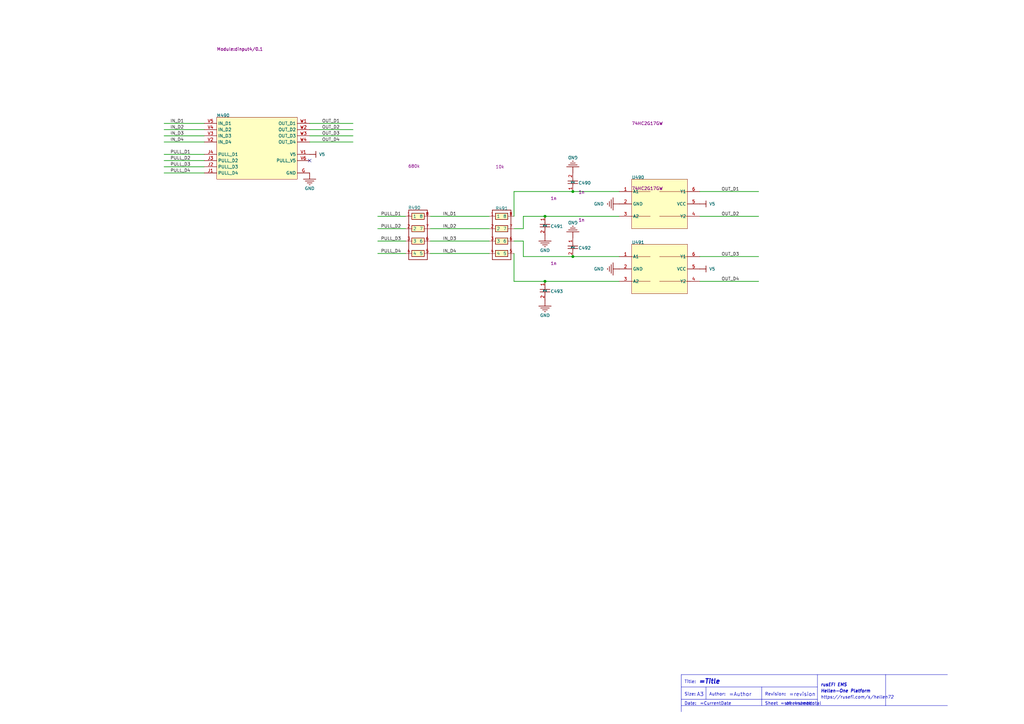
<source format=kicad_sch>
(kicad_sch (version 20210126) (generator eeschema)
  (paper "A3")
  (title_block (title "Hellen-One VR") (rev "0.1"))
  (lib_symbols
    (symbol "hellen1-dinput4-altium-import:0_74LVC2G34"
      (property "Value" "0_74LVC2G34" (at 0 0 0))
      (symbol "0_74LVC2G34_1_0"
        (rectangle (start 22.86 0) (end 0 -20.32) (fill (type background)))
        (polyline (pts (xy 0 -5.08) (xy 7.62 -5.08)))
        (polyline (pts (xy 22.86 -5.08) (xy 11.43 -5.08)))
        (polyline (pts (xy 0 -15.24) (xy 7.62 -15.24)))
        (polyline (pts (xy 11.43 -15.24) (xy 24.13 -15.24)))
        (pin input line (at -5.08 -5.08 0) (length 5.08) (name "A1") (number "1"))
        (pin output line (at 27.94 -5.08 180) (length 5.08) (name "Y1") (number "6"))
        (pin input line (at -5.08 -15.24 0) (length 5.08) (name "A2") (number "3"))
        (pin power_in line (at 27.94 -10.16 180) (length 5.08) (name "VCC") (number "5"))
        (pin output line (at 27.94 -15.24 180) (length 5.08) (name "Y2") (number "4"))
        (pin passive line (at -5.08 -10.16 0) (length 5.08) (name "GND") (number "2"))
      )
    )
    (symbol "hellen1-dinput4-altium-import:0_Cap"
      (property "Value" "0_Cap" (at 0 0 0))
      (symbol "0_Cap_1_0"
        (polyline (pts (xy 2.032 -4.318) (xy -2.032 -4.318)) (stroke (width 0.254)))
        (polyline (pts (xy -2.032 -3.302) (xy 2.032 -3.302)) (stroke (width 0.254)))
        (polyline (pts (xy 0 -2.54) (xy 0 -3.302)) (stroke (width 0.254)))
        (polyline (pts (xy 0 -5.08) (xy 0 -4.318)) (stroke (width 0.254)))
        (pin passive line (at 0 0 270) (length 2.54) (name "1") (number "1"))
        (pin passive line (at 0 -7.62 90) (length 2.54) (name "2") (number "2"))
      )
    )
    (symbol "hellen1-dinput4-altium-import:0_Mod-Hellen-DINPUT4"
      (property "Value" "0_Mod-Hellen-DINPUT4" (at 0 0 0))
      (symbol "0_Mod-Hellen-DINPUT4_1_0"
        (rectangle (start 33.02 0) (end 0 -25.4) (fill (type background)))
        (pin passive line (at 38.1 -2.54 180) (length 5.08) (name "OUT_D1") (number "W1"))
        (pin passive line (at 38.1 -22.86 180) (length 5.08) (name "GND") (number "G"))
        (pin passive line (at 38.1 -5.08 180) (length 5.08) (name "OUT_D2") (number "W2"))
        (pin passive line (at 38.1 -7.62 180) (length 5.08) (name "OUT_D3") (number "W3"))
        (pin passive line (at -5.08 -20.32 0) (length 5.08) (name "PULL_D3") (number "J2"))
        (pin passive line (at -5.08 -22.86 0) (length 5.08) (name "PULL_D4") (number "J1"))
        (pin passive line (at 38.1 -10.16 180) (length 5.08) (name "OUT_D4") (number "W4"))
        (pin passive line (at -5.08 -15.24 0) (length 5.08) (name "PULL_D1") (number "J4"))
        (pin passive line (at -5.08 -17.78 0) (length 5.08) (name "PULL_D2") (number "J3"))
        (pin passive line (at 38.1 -15.24 180) (length 5.08) (name "V5") (number "V1"))
        (pin passive line (at -5.08 -2.54 0) (length 5.08) (name "IN_D1") (number "V5"))
        (pin passive line (at -5.08 -5.08 0) (length 5.08) (name "IN_D2") (number "V4"))
        (pin passive line (at -5.08 -7.62 0) (length 5.08) (name "IN_D3") (number "V3"))
        (pin passive line (at -5.08 -10.16 0) (length 5.08) (name "IN_D4") (number "V2"))
        (pin passive line (at 38.1 -17.78 180) (length 5.08) (name "PULL_V5") (number "V6"))
      )
    )
    (symbol "hellen1-dinput4-altium-import:2_Cap"
      (property "Value" "2_Cap" (at 0 0 0))
      (symbol "2_Cap_1_0"
        (polyline (pts (xy -2.032 4.318) (xy 2.032 4.318)) (stroke (width 0.254)))
        (polyline (pts (xy 2.032 3.302) (xy -2.032 3.302)) (stroke (width 0.254)))
        (polyline (pts (xy 0 2.54) (xy 0 3.302)) (stroke (width 0.254)))
        (polyline (pts (xy 0 5.08) (xy 0 4.318)) (stroke (width 0.254)))
        (pin passive line (at 0 0 90) (length 2.54) (name "1") (number "1"))
        (pin passive line (at 0 7.62 270) (length 2.54) (name "2") (number "2"))
      )
    )
    (symbol "hellen1-dinput4-altium-import:3_Res Array 4"
      (property "Value" "3_Res Array 4" (at 0 0 0))
      (symbol "3_Res Array 4_1_0"
        (rectangle (start -2.54 1.27) (end -7.62 -1.27) (stroke (width 0.254)) (fill (type background)))
        (rectangle (start -2.54 -3.81) (end -7.62 -6.35) (stroke (width 0.254)) (fill (type background)))
        (rectangle (start -2.54 -8.89) (end -7.62 -11.43) (stroke (width 0.254)) (fill (type background)))
        (rectangle (start -2.54 -13.97) (end -7.62 -16.51) (stroke (width 0.254)) (fill (type background)))
        (polyline (pts (xy -8.89 2.54) (xy -8.89 -17.78)) (stroke (width 0.254)))
        (polyline (pts (xy -1.27 2.54) (xy -1.27 -17.78)) (stroke (width 0.254)))
        (polyline (pts (xy -8.89 2.54) (xy -1.27 2.54)) (stroke (width 0.254)))
        (polyline (pts (xy -8.89 -17.78) (xy -1.27 -17.78)) (stroke (width 0.254)))
        (pin passive line (at -10.16 0 0) (length 2.54) (name "1") (number "1"))
        (pin passive line (at 0 0 180) (length 2.54) (name "8") (number "8"))
        (pin passive line (at -10.16 -5.08 0) (length 2.54) (name "2") (number "2"))
        (pin passive line (at 0 -5.08 180) (length 2.54) (name "7") (number "7"))
        (pin passive line (at -10.16 -10.16 0) (length 2.54) (name "3") (number "3"))
        (pin passive line (at 0 -10.16 180) (length 2.54) (name "6") (number "6"))
        (pin passive line (at -10.16 -15.24 0) (length 2.54) (name "4") (number "4"))
        (pin passive line (at 0 -15.24 180) (length 2.54) (name "5") (number "5"))
      )
    )
    (symbol "hellen1-dinput4-altium-import:GND" (power)
      (property "Reference" "#PWR" (at 0 0 0))
      (property "Value" "GND" (at 0 6.35 0))
      (symbol "GND_0_0"
        (polyline (pts (xy 0 0) (xy 0 -2.54)) (stroke (width 0.254)))
        (polyline (pts (xy -2.54 -2.54) (xy 2.54 -2.54)) (stroke (width 0.254)))
        (polyline (pts (xy -1.778 -3.302) (xy 1.778 -3.302)) (stroke (width 0.254)))
        (polyline (pts (xy -1.016 -4.064) (xy 1.016 -4.064)) (stroke (width 0.254)))
        (polyline (pts (xy -0.254 -4.826) (xy 0.254 -4.826)) (stroke (width 0.254)))
        (pin power_in line (at 0 0 0) (length 0) hide (name "GND") (number ""))
      )
    )
    (symbol "hellen1-dinput4-altium-import:V5" (power)
      (property "Reference" "#PWR" (at 0 0 0))
      (property "Value" "V5" (at 0 3.81 0))
      (symbol "V5_0_0"
        (polyline (pts (xy 0 0) (xy 0 -2.54)) (stroke (width 0.254)))
        (polyline (pts (xy -1.27 -2.54) (xy 1.27 -2.54)) (stroke (width 0.254)))
        (pin power_in line (at 0 0 0) (length 0) hide (name "V5") (number ""))
      )
    )
  )
  (junction (at 223.52 88.7222) (diameter 1.016))
  (junction (at 223.52 115.3922) (diameter 1.016))
  (junction (at 234.95 78.5622) (diameter 1.016))
  (junction (at 234.95 105.2322) (diameter 1.016))
  (no_connect (at 127 65.8622))
  (wire (pts (xy 67.31 50.6222) (xy 83.82 50.6222)) (stroke (width 0.254)))
  (wire (pts (xy 67.31 53.1622) (xy 83.82 53.1622)) (stroke (width 0.254)))
  (wire (pts (xy 67.31 55.7022) (xy 83.82 55.7022)) (stroke (width 0.254)))
  (wire (pts (xy 67.31 58.2422) (xy 83.82 58.2422)) (stroke (width 0.254)))
  (wire (pts (xy 67.31 63.3222) (xy 83.82 63.3222)) (stroke (width 0.254)))
  (wire (pts (xy 67.31 65.8622) (xy 83.82 65.8622)) (stroke (width 0.254)))
  (wire (pts (xy 67.31 68.4022) (xy 83.82 68.4022)) (stroke (width 0.254)))
  (wire (pts (xy 67.31 70.9422) (xy 83.82 70.9422)) (stroke (width 0.254)))
  (wire (pts (xy 127 50.6222) (xy 144.78 50.6222)) (stroke (width 0.254)))
  (wire (pts (xy 127 53.1622) (xy 144.78 53.1622)) (stroke (width 0.254)))
  (wire (pts (xy 127 55.7022) (xy 144.78 55.7022)) (stroke (width 0.254)))
  (wire (pts (xy 127 58.2422) (xy 144.78 58.2422)) (stroke (width 0.254)))
  (wire (pts (xy 154.94 88.7222) (xy 166.37 88.7222)) (stroke (width 0.254)))
  (wire (pts (xy 154.94 93.8022) (xy 166.37 93.8022)) (stroke (width 0.254)))
  (wire (pts (xy 154.94 98.8822) (xy 166.37 98.8822)) (stroke (width 0.254)))
  (wire (pts (xy 154.94 103.9622) (xy 166.37 103.9622)) (stroke (width 0.254)))
  (wire (pts (xy 176.53 88.7222) (xy 200.66 88.7222)) (stroke (width 0.254)))
  (wire (pts (xy 176.53 93.8022) (xy 200.66 93.8022)) (stroke (width 0.254)))
  (wire (pts (xy 176.53 98.8822) (xy 200.66 98.8822)) (stroke (width 0.254)))
  (wire (pts (xy 176.53 103.9622) (xy 200.66 103.9622)) (stroke (width 0.254)))
  (wire (pts (xy 210.82 78.5622) (xy 210.82 88.7222)) (stroke (width 0.254)))
  (wire (pts (xy 210.82 115.3922) (xy 210.82 103.9622)) (stroke (width 0.254)))
  (wire (pts (xy 214.63 88.7222) (xy 214.63 93.8022)) (stroke (width 0.254)))
  (wire (pts (xy 214.63 93.8022) (xy 210.82 93.8022)) (stroke (width 0.254)))
  (wire (pts (xy 214.63 98.8822) (xy 210.82 98.8822)) (stroke (width 0.254)))
  (wire (pts (xy 214.63 105.2322) (xy 214.63 98.8822)) (stroke (width 0.254)))
  (wire (pts (xy 223.52 88.7222) (xy 214.63 88.7222)) (stroke (width 0.254)))
  (wire (pts (xy 223.52 115.3922) (xy 210.82 115.3922)) (stroke (width 0.254)))
  (wire (pts (xy 234.95 78.5622) (xy 210.82 78.5622)) (stroke (width 0.254)))
  (wire (pts (xy 234.95 105.2322) (xy 214.63 105.2322)) (stroke (width 0.254)))
  (wire (pts (xy 254 78.5622) (xy 234.95 78.5622)) (stroke (width 0.254)))
  (wire (pts (xy 254 88.7222) (xy 223.52 88.7222)) (stroke (width 0.254)))
  (wire (pts (xy 254 105.2322) (xy 234.95 105.2322)) (stroke (width 0.254)))
  (wire (pts (xy 254 115.3922) (xy 223.52 115.3922)) (stroke (width 0.254)))
  (wire (pts (xy 287.02 78.5622) (xy 311.15 78.5622)) (stroke (width 0.254)))
  (wire (pts (xy 287.02 88.7222) (xy 311.15 88.7222)) (stroke (width 0.254)))
  (wire (pts (xy 287.02 105.2322) (xy 311.15 105.2322)) (stroke (width 0.254)))
  (wire (pts (xy 287.02 115.3922) (xy 311.15 115.3922)) (stroke (width 0.254)))
  (polyline (pts (xy 279.4 276.6822) (xy 279.4 291.9222)) (stroke (width 0) (type solid)))
  (polyline (pts (xy 279.4 281.7622) (xy 335.28 281.7622)) (stroke (width 0) (type solid)))
  (polyline (pts (xy 279.4 286.8422) (xy 335.28 286.8422)) (stroke (width 0) (type solid)))
  (polyline (pts (xy 289.56 281.7622) (xy 289.56 286.8422)) (stroke (width 0) (type solid)))
  (polyline (pts (xy 312.42 281.7622) (xy 312.42 289.3822)) (stroke (width 0) (type solid)))
  (polyline (pts (xy 335.28 276.6822) (xy 335.28 289.3822)) (stroke (width 0) (type solid)))
  (polyline (pts (xy 363.22 276.6822) (xy 279.4 276.6822)) (stroke (width 0) (type solid)))
  (polyline (pts (xy 363.22 276.6822) (xy 363.22 289.3822)) (stroke (width 0) (type solid)))
  (polyline (pts (xy 363.22 289.3822) (xy 279.4 289.3822)) (stroke (width 0) (type solid)))
  (polyline (pts (xy 363.22 289.3822) (xy 388.62 289.3822)) (stroke (width 0) (type solid)))
  (polyline (pts (xy 388.62 276.6822) (xy 363.22 276.6822)) (stroke (width 0) (type solid)))
  (text "Title:" (at 280.67 280.4922 180) (effects (font (size 1.27 1.27)) (justify left bottom)))
  (text "Size:" (at 280.67 285.5722 180) (effects (font (size 1.27 1.27)) (justify left bottom)))
  (text "Date:" (at 280.67 289.3822 180) (effects (font (size 1.27 1.27)) (justify left bottom)))
  (text "A3" (at 285.75 285.8262 180) (effects (font (size 1.524 1.524)) (justify left bottom)))
  (text "=Title" (at 286.512 280.7462 180) (effects (font (size 1.905 1.905) bold italic) (justify left bottom)))
  (text "=CurrentDate" (at 287.02 289.3822 180) (effects (font (size 1.27 1.27)) (justify left bottom)))
  (text "Author:" (at 290.83 285.5722 180) (effects (font (size 1.27 1.27)) (justify left bottom)))
  (text "=Author" (at 298.958 285.8262 180) (effects (font (size 1.524 1.524)) (justify left bottom)))
  (text "Revision:" (at 313.69 285.5722 180) (effects (font (size 1.27 1.27)) (justify left bottom)))
  (text "Sheet" (at 313.69 289.3822 180) (effects (font (size 1.27 1.27)) (justify left bottom)))
  (text "=sheetnumber" (at 320.04 289.3822 180) (effects (font (size 1.27 1.27)) (justify left bottom)))
  (text "of" (at 322.326 289.3822 180) (effects (font (size 1.27 1.27)) (justify left bottom)))
  (text "=revision" (at 323.596 285.8262 180) (effects (font (size 1.524 1.524)) (justify left bottom)))
  (text "=sheettotal" (at 325.628 289.3822 180) (effects (font (size 1.27 1.27)) (justify left bottom)))
  (text "rusEFI EMS" (at 336.55 281.7622 180) (effects (font (size 1.27 1.27) bold italic) (justify left bottom)))
  (text "Hellen-One Platform" (at 336.55 284.3022 180) (effects (font (size 1.27 1.27) bold italic) (justify left bottom)))
  (text "https://rusefi.com/s/hellen72" (at 336.55 286.8422 180) (effects (font (size 1.27 1.27) italic) (justify left bottom)))
  (label "IN_D1" (at 69.85 50.6222 0))
  (label "IN_D2" (at 69.85 53.1622 0))
  (label "IN_D3" (at 69.85 55.7022 0))
  (label "IN_D4" (at 69.85 58.2422 0))
  (label "PULL_D1" (at 69.85 63.3222 0))
  (label "PULL_D2" (at 69.85 65.8622 0))
  (label "PULL_D3" (at 69.85 68.4022 0))
  (label "PULL_D4" (at 69.85 70.9422 0))
  (label "OUT_D1" (at 132.08 50.6222 0))
  (label "OUT_D2" (at 132.08 53.1622 0))
  (label "OUT_D3" (at 132.08 55.7022 0))
  (label "OUT_D4" (at 132.08 58.2422 0))
  (label "PULL_D1" (at 156.21 88.7222 0))
  (label "PULL_D2" (at 156.21 93.8022 0))
  (label "PULL_D3" (at 156.21 98.8822 0))
  (label "PULL_D4" (at 156.21 103.9622 0))
  (label "IN_D1" (at 181.61 88.7222 0))
  (label "IN_D2" (at 181.61 93.8022 0))
  (label "IN_D3" (at 181.61 98.8822 0))
  (label "IN_D4" (at 181.61 103.9622 0))
  (label "OUT_D1" (at 295.91 78.5622 0))
  (label "OUT_D2" (at 295.91 88.7222 0))
  (label "OUT_D3" (at 295.91 105.2322 0))
  (label "OUT_D4" (at 295.91 115.3922 0))
  (symbol (lib_id "hellen1-dinput4-altium-import:V5") (at 127 63.3222 90) (unit 1)
    (property "Reference" "#PWR?" (effects hide))
    (property "Value" "V5" (at 130.81 63.3222 -90) (effects (justify left)))
  )
  (symbol (lib_id "hellen1-dinput4-altium-import:V5") (at 287.02 83.6422 90) (unit 1)
    (property "Reference" "#PWR?" (effects hide))
    (property "Value" "V5" (at 290.83 83.6422 -90) (effects (justify left)))
  )
  (symbol (lib_id "hellen1-dinput4-altium-import:V5") (at 287.02 110.3122 90) (unit 1)
    (property "Reference" "#PWR?" (effects hide))
    (property "Value" "V5" (at 290.83 110.3122 -90) (effects (justify left)))
  )
  (symbol (lib_id "hellen1-dinput4-altium-import:GND") (at 127 70.9422 0) (unit 1)
    (property "Reference" "#PWR?" (effects hide))
    (property "Value" "GND" (at 127 77.2922 0))
  )
  (symbol (lib_id "hellen1-dinput4-altium-import:GND") (at 223.52 96.3422 0) (unit 1)
    (property "Reference" "#PWR?" (effects hide))
    (property "Value" "GND" (at 223.52 102.6922 0))
  )
  (symbol (lib_id "hellen1-dinput4-altium-import:GND") (at 223.52 123.0122 0) (unit 1)
    (property "Reference" "#PWR?" (effects hide))
    (property "Value" "GND" (at 223.52 129.3622 0))
  )
  (symbol (lib_id "hellen1-dinput4-altium-import:GND") (at 234.95 70.9422 180) (unit 1)
    (property "Reference" "#PWR?" (effects hide))
    (property "Value" "GND" (at 234.95 64.5922 -180))
  )
  (symbol (lib_id "hellen1-dinput4-altium-import:GND") (at 234.95 97.6122 180) (unit 1)
    (property "Reference" "#PWR?" (effects hide))
    (property "Value" "GND" (at 234.95 91.2622 -180))
  )
  (symbol (lib_id "hellen1-dinput4-altium-import:GND") (at 254 83.6422 270) (unit 1)
    (property "Reference" "#PWR?" (effects hide))
    (property "Value" "GND" (at 247.65 83.6422 -270) (effects (justify right)))
  )
  (symbol (lib_id "hellen1-dinput4-altium-import:GND") (at 254 110.3122 270) (unit 1)
    (property "Reference" "#PWR?" (effects hide))
    (property "Value" "GND" (at 247.65 110.3122 -270) (effects (justify right)))
  )
  (symbol (lib_id "hellen1-dinput4-altium-import:0_Cap") (at 223.52 88.7222 0) (unit 1)
    (property "Reference" "C491" (at 225.806 93.5482 0) (effects (justify left bottom)))
    (property "Fitted" "True" (effects hide))
    (property "Supplier Part Number 1" "710-885012207079" (effects hide))
    (property "Supplier Part Number 2" "732-7673-1-ND" (effects hide))
    (property "Supplier 1" "Mouser" (effects hide))
    (property "Supplier 2" "Digi-Key" (effects hide))
    (property "PackageReference" "C0603" (effects hide))
    (property "Supplier Part Number 3" "C1588" (effects hide))
    (property "Type" "SMD" (effects hide))
    (property "Supplier 3" "LCSC" (effects hide))
    (property "Comment" "1n" (at 225.806 81.3562 0) (effects (justify left)))
  )
  (symbol (lib_id "hellen1-dinput4-altium-import:0_Cap") (at 223.52 115.3922 0) (unit 1)
    (property "Reference" "C493" (at 225.806 120.2182 0) (effects (justify left bottom)))
    (property "Fitted" "True" (effects hide))
    (property "Supplier Part Number 1" "710-885012207079" (effects hide))
    (property "Supplier Part Number 2" "732-7673-1-ND" (effects hide))
    (property "Supplier 1" "Mouser" (effects hide))
    (property "Supplier 2" "Digi-Key" (effects hide))
    (property "PackageReference" "C0603" (effects hide))
    (property "Supplier Part Number 3" "C1588" (effects hide))
    (property "Type" "SMD" (effects hide))
    (property "Supplier 3" "LCSC" (effects hide))
    (property "Comment" "1n" (at 225.806 108.0262 0) (effects (justify left)))
  )
  (symbol (lib_id "hellen1-dinput4-altium-import:2_Cap") (at 234.95 78.5622 0) (unit 1)
    (property "Reference" "C490" (at 237.236 75.7682 0) (effects (justify left bottom)))
    (property "Fitted" "True" (effects hide))
    (property "Supplier Part Number 1" "710-885012207079" (effects hide))
    (property "Supplier Part Number 2" "732-7673-1-ND" (effects hide))
    (property "Supplier 1" "Mouser" (effects hide))
    (property "Supplier 2" "Digi-Key" (effects hide))
    (property "PackageReference" "C0603" (effects hide))
    (property "Supplier Part Number 3" "C1588" (effects hide))
    (property "Type" "SMD" (effects hide))
    (property "Supplier 3" "LCSC" (effects hide))
    (property "Comment" "1n" (at 237.236 78.8162 0) (effects (justify left)))
  )
  (symbol (lib_id "hellen1-dinput4-altium-import:0_Cap") (at 234.95 97.6122 0) (unit 1)
    (property "Reference" "C492" (at 237.236 102.4382 0) (effects (justify left bottom)))
    (property "Fitted" "True" (effects hide))
    (property "Supplier Part Number 1" "710-885012207079" (effects hide))
    (property "Supplier Part Number 2" "732-7673-1-ND" (effects hide))
    (property "Supplier 1" "Mouser" (effects hide))
    (property "Supplier 2" "Digi-Key" (effects hide))
    (property "PackageReference" "C0603" (effects hide))
    (property "Supplier Part Number 3" "C1588" (effects hide))
    (property "Type" "SMD" (effects hide))
    (property "Supplier 3" "LCSC" (effects hide))
    (property "Comment" "1n" (at 237.236 90.2462 0) (effects (justify left)))
  )
  (symbol (lib_id "hellen1-dinput4-altium-import:3_Res Array 4") (at 176.53 88.7222 0) (unit 1)
    (property "Reference" "R490" (at 167.386 85.9282 0) (effects (justify left bottom)))
    (property "Fitted" "True" (effects hide))
    (property "Supplier Part Number 1" "*" (effects hide))
    (property "Supplier Part Number 2" "*" (effects hide))
    (property "Supplier 1" "Mouser" (effects hide))
    (property "Supplier 2" "Digi-Key" (effects hide))
    (property "Supplier Part Number 3" "C145776" (effects hide))
    (property "Supplier 3" "LCSC" (effects hide))
    (property "Type" "SMD" (effects hide))
    (property "PackageReference" "R0603-4" (effects hide))
    (property "Comment" "680k" (at 167.386 68.1482 0) (effects (justify left)))
  )
  (symbol (lib_id "hellen1-dinput4-altium-import:3_Res Array 4") (at 210.82 88.7222 0) (unit 1)
    (property "Reference" "R491" (at 203.2 86.1822 0) (effects (justify left bottom)))
    (property "Fitted" "True" (effects hide))
    (property "Supplier Part Number 1" "*" (effects hide))
    (property "Supplier Part Number 2" "*" (effects hide))
    (property "Supplier 1" "Mouser" (effects hide))
    (property "Supplier 2" "Digi-Key" (effects hide))
    (property "Supplier Part Number 3" "C29718" (effects hide))
    (property "Supplier 3" "LCSC" (effects hide))
    (property "Type" "SMD" (effects hide))
    (property "PackageReference" "R0603-4" (effects hide))
    (property "Comment" "10k" (at 203.2 68.4022 0) (effects (justify left)))
  )
  (symbol (lib_id "hellen1-dinput4-altium-import:0_74LVC2G34") (at 259.08 73.4822 0) (unit 1)
    (property "Reference" "U490" (at 259.08 73.4822 0) (effects (justify left bottom)))
    (property "PackageReference" "SOT-363" (effects hide))
    (property "Type" "SMD" (effects hide))
    (property "Supplier 1" "Mouser" (effects hide))
    (property "Supplier 2" "DigiKey" (effects hide))
    (property "Supplier 3" "LCSC" (effects hide))
    (property "Supplier Part Number 1" "*" (effects hide))
    (property "Supplier Part Number 2" "*" (effects hide))
    (property "Supplier Part Number 3" "C94189" (effects hide))
    (property "Comment" "74HC2G17GW" (at 259.08 50.6222 0) (effects (justify left)))
  )
  (symbol (lib_id "hellen1-dinput4-altium-import:0_74LVC2G34") (at 259.08 100.1522 0) (unit 1)
    (property "Reference" "U491" (at 259.08 100.1522 0) (effects (justify left bottom)))
    (property "PackageReference" "SOT-363" (effects hide))
    (property "Type" "SMD" (effects hide))
    (property "Supplier 1" "Mouser" (effects hide))
    (property "Supplier 2" "DigiKey" (effects hide))
    (property "Supplier 3" "LCSC" (effects hide))
    (property "Supplier Part Number 1" "*" (effects hide))
    (property "Supplier Part Number 2" "*" (effects hide))
    (property "Supplier Part Number 3" "C94189" (effects hide))
    (property "Comment" "74HC2G17GW" (at 259.08 77.2922 0) (effects (justify left)))
  )
  (symbol (lib_id "hellen1-dinput4-altium-import:0_Mod-Hellen-DINPUT4") (at 88.9 48.0822 0) (unit 1)
    (property "Reference" "M490" (at 88.9 48.0822 0) (effects (justify left bottom)))
    (property "Publisher" "andreika" (effects hide))
    (property "Supplier Part Number 1" "*" (effects hide))
    (property "Supplier Part Number 2" "*" (effects hide))
    (property "Supplier 1" "Mouser" (effects hide))
    (property "Supplier 2" "Digi-Key" (effects hide))
    (property "Fitted" "False" (effects hide))
    (property "Supplier 3" "LCSC" (effects hide))
    (property "Type" "Module" (effects hide))
    (property "Comment" "Module:dinput4/0.1" (at 88.9 20.1422 0) (effects (justify left)))
  )
)
</source>
